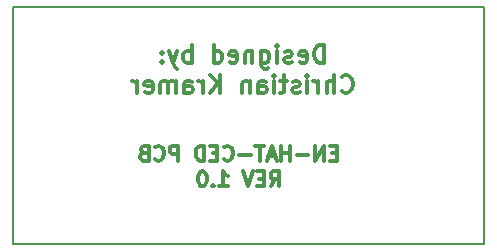
<source format=gbr>
%TF.GenerationSoftware,KiCad,Pcbnew,(5.0.0)*%
%TF.CreationDate,2019-10-30T12:42:45-05:00*%
%TF.ProjectId,Light-Up Hat,4C696768742D5570204861742E6B6963,rev?*%
%TF.SameCoordinates,Original*%
%TF.FileFunction,Legend,Bot*%
%TF.FilePolarity,Positive*%
%FSLAX46Y46*%
G04 Gerber Fmt 4.6, Leading zero omitted, Abs format (unit mm)*
G04 Created by KiCad (PCBNEW (5.0.0)) date 10/30/19 12:42:45*
%MOMM*%
%LPD*%
G01*
G04 APERTURE LIST*
%ADD10C,0.300000*%
%ADD11C,0.200000*%
G04 APERTURE END LIST*
D10*
X151889771Y-103801414D02*
X151473104Y-103801414D01*
X151294533Y-104456176D02*
X151889771Y-104456176D01*
X151889771Y-103206176D01*
X151294533Y-103206176D01*
X150758819Y-104456176D02*
X150758819Y-103206176D01*
X150044533Y-104456176D01*
X150044533Y-103206176D01*
X149449295Y-103979985D02*
X148496914Y-103979985D01*
X147901676Y-104456176D02*
X147901676Y-103206176D01*
X147901676Y-103801414D02*
X147187390Y-103801414D01*
X147187390Y-104456176D02*
X147187390Y-103206176D01*
X146651676Y-104099033D02*
X146056438Y-104099033D01*
X146770723Y-104456176D02*
X146354057Y-103206176D01*
X145937390Y-104456176D01*
X145699295Y-103206176D02*
X144985009Y-103206176D01*
X145342152Y-104456176D02*
X145342152Y-103206176D01*
X144568342Y-103979985D02*
X143615961Y-103979985D01*
X142306438Y-104337128D02*
X142365961Y-104396652D01*
X142544533Y-104456176D01*
X142663580Y-104456176D01*
X142842152Y-104396652D01*
X142961200Y-104277604D01*
X143020723Y-104158557D01*
X143080247Y-103920461D01*
X143080247Y-103741890D01*
X143020723Y-103503795D01*
X142961200Y-103384747D01*
X142842152Y-103265700D01*
X142663580Y-103206176D01*
X142544533Y-103206176D01*
X142365961Y-103265700D01*
X142306438Y-103325223D01*
X141770723Y-103801414D02*
X141354057Y-103801414D01*
X141175485Y-104456176D02*
X141770723Y-104456176D01*
X141770723Y-103206176D01*
X141175485Y-103206176D01*
X140639771Y-104456176D02*
X140639771Y-103206176D01*
X140342152Y-103206176D01*
X140163580Y-103265700D01*
X140044533Y-103384747D01*
X139985009Y-103503795D01*
X139925485Y-103741890D01*
X139925485Y-103920461D01*
X139985009Y-104158557D01*
X140044533Y-104277604D01*
X140163580Y-104396652D01*
X140342152Y-104456176D01*
X140639771Y-104456176D01*
X138437390Y-104456176D02*
X138437390Y-103206176D01*
X137961200Y-103206176D01*
X137842152Y-103265700D01*
X137782628Y-103325223D01*
X137723104Y-103444271D01*
X137723104Y-103622842D01*
X137782628Y-103741890D01*
X137842152Y-103801414D01*
X137961200Y-103860938D01*
X138437390Y-103860938D01*
X136473104Y-104337128D02*
X136532628Y-104396652D01*
X136711200Y-104456176D01*
X136830247Y-104456176D01*
X137008819Y-104396652D01*
X137127866Y-104277604D01*
X137187390Y-104158557D01*
X137246914Y-103920461D01*
X137246914Y-103741890D01*
X137187390Y-103503795D01*
X137127866Y-103384747D01*
X137008819Y-103265700D01*
X136830247Y-103206176D01*
X136711200Y-103206176D01*
X136532628Y-103265700D01*
X136473104Y-103325223D01*
X135520723Y-103801414D02*
X135342152Y-103860938D01*
X135282628Y-103920461D01*
X135223104Y-104039509D01*
X135223104Y-104218080D01*
X135282628Y-104337128D01*
X135342152Y-104396652D01*
X135461200Y-104456176D01*
X135937390Y-104456176D01*
X135937390Y-103206176D01*
X135520723Y-103206176D01*
X135401676Y-103265700D01*
X135342152Y-103325223D01*
X135282628Y-103444271D01*
X135282628Y-103563319D01*
X135342152Y-103682366D01*
X135401676Y-103741890D01*
X135520723Y-103801414D01*
X135937390Y-103801414D01*
X146264771Y-106631176D02*
X146681438Y-106035938D01*
X146979057Y-106631176D02*
X146979057Y-105381176D01*
X146502866Y-105381176D01*
X146383819Y-105440700D01*
X146324295Y-105500223D01*
X146264771Y-105619271D01*
X146264771Y-105797842D01*
X146324295Y-105916890D01*
X146383819Y-105976414D01*
X146502866Y-106035938D01*
X146979057Y-106035938D01*
X145729057Y-105976414D02*
X145312390Y-105976414D01*
X145133819Y-106631176D02*
X145729057Y-106631176D01*
X145729057Y-105381176D01*
X145133819Y-105381176D01*
X144776676Y-105381176D02*
X144360009Y-106631176D01*
X143943342Y-105381176D01*
X141919533Y-106631176D02*
X142633819Y-106631176D01*
X142276676Y-106631176D02*
X142276676Y-105381176D01*
X142395723Y-105559747D01*
X142514771Y-105678795D01*
X142633819Y-105738319D01*
X141383819Y-106512128D02*
X141324295Y-106571652D01*
X141383819Y-106631176D01*
X141443342Y-106571652D01*
X141383819Y-106512128D01*
X141383819Y-106631176D01*
X140550485Y-105381176D02*
X140431438Y-105381176D01*
X140312390Y-105440700D01*
X140252866Y-105500223D01*
X140193342Y-105619271D01*
X140133819Y-105857366D01*
X140133819Y-106154985D01*
X140193342Y-106393080D01*
X140252866Y-106512128D01*
X140312390Y-106571652D01*
X140431438Y-106631176D01*
X140550485Y-106631176D01*
X140669533Y-106571652D01*
X140729057Y-106512128D01*
X140788580Y-106393080D01*
X140848104Y-106154985D01*
X140848104Y-105857366D01*
X140788580Y-105619271D01*
X140729057Y-105500223D01*
X140669533Y-105440700D01*
X140550485Y-105381176D01*
X150798942Y-96177571D02*
X150798942Y-94677571D01*
X150441800Y-94677571D01*
X150227514Y-94749000D01*
X150084657Y-94891857D01*
X150013228Y-95034714D01*
X149941800Y-95320428D01*
X149941800Y-95534714D01*
X150013228Y-95820428D01*
X150084657Y-95963285D01*
X150227514Y-96106142D01*
X150441800Y-96177571D01*
X150798942Y-96177571D01*
X148727514Y-96106142D02*
X148870371Y-96177571D01*
X149156085Y-96177571D01*
X149298942Y-96106142D01*
X149370371Y-95963285D01*
X149370371Y-95391857D01*
X149298942Y-95249000D01*
X149156085Y-95177571D01*
X148870371Y-95177571D01*
X148727514Y-95249000D01*
X148656085Y-95391857D01*
X148656085Y-95534714D01*
X149370371Y-95677571D01*
X148084657Y-96106142D02*
X147941800Y-96177571D01*
X147656085Y-96177571D01*
X147513228Y-96106142D01*
X147441800Y-95963285D01*
X147441800Y-95891857D01*
X147513228Y-95749000D01*
X147656085Y-95677571D01*
X147870371Y-95677571D01*
X148013228Y-95606142D01*
X148084657Y-95463285D01*
X148084657Y-95391857D01*
X148013228Y-95249000D01*
X147870371Y-95177571D01*
X147656085Y-95177571D01*
X147513228Y-95249000D01*
X146798942Y-96177571D02*
X146798942Y-95177571D01*
X146798942Y-94677571D02*
X146870371Y-94749000D01*
X146798942Y-94820428D01*
X146727514Y-94749000D01*
X146798942Y-94677571D01*
X146798942Y-94820428D01*
X145441800Y-95177571D02*
X145441800Y-96391857D01*
X145513228Y-96534714D01*
X145584657Y-96606142D01*
X145727514Y-96677571D01*
X145941800Y-96677571D01*
X146084657Y-96606142D01*
X145441800Y-96106142D02*
X145584657Y-96177571D01*
X145870371Y-96177571D01*
X146013228Y-96106142D01*
X146084657Y-96034714D01*
X146156085Y-95891857D01*
X146156085Y-95463285D01*
X146084657Y-95320428D01*
X146013228Y-95249000D01*
X145870371Y-95177571D01*
X145584657Y-95177571D01*
X145441800Y-95249000D01*
X144727514Y-95177571D02*
X144727514Y-96177571D01*
X144727514Y-95320428D02*
X144656085Y-95249000D01*
X144513228Y-95177571D01*
X144298942Y-95177571D01*
X144156085Y-95249000D01*
X144084657Y-95391857D01*
X144084657Y-96177571D01*
X142798942Y-96106142D02*
X142941800Y-96177571D01*
X143227514Y-96177571D01*
X143370371Y-96106142D01*
X143441800Y-95963285D01*
X143441800Y-95391857D01*
X143370371Y-95249000D01*
X143227514Y-95177571D01*
X142941800Y-95177571D01*
X142798942Y-95249000D01*
X142727514Y-95391857D01*
X142727514Y-95534714D01*
X143441800Y-95677571D01*
X141441800Y-96177571D02*
X141441800Y-94677571D01*
X141441800Y-96106142D02*
X141584657Y-96177571D01*
X141870371Y-96177571D01*
X142013228Y-96106142D01*
X142084657Y-96034714D01*
X142156085Y-95891857D01*
X142156085Y-95463285D01*
X142084657Y-95320428D01*
X142013228Y-95249000D01*
X141870371Y-95177571D01*
X141584657Y-95177571D01*
X141441800Y-95249000D01*
X139584657Y-96177571D02*
X139584657Y-94677571D01*
X139584657Y-95249000D02*
X139441800Y-95177571D01*
X139156085Y-95177571D01*
X139013228Y-95249000D01*
X138941800Y-95320428D01*
X138870371Y-95463285D01*
X138870371Y-95891857D01*
X138941800Y-96034714D01*
X139013228Y-96106142D01*
X139156085Y-96177571D01*
X139441800Y-96177571D01*
X139584657Y-96106142D01*
X138370371Y-95177571D02*
X138013228Y-96177571D01*
X137656085Y-95177571D02*
X138013228Y-96177571D01*
X138156085Y-96534714D01*
X138227514Y-96606142D01*
X138370371Y-96677571D01*
X137084657Y-96034714D02*
X137013228Y-96106142D01*
X137084657Y-96177571D01*
X137156085Y-96106142D01*
X137084657Y-96034714D01*
X137084657Y-96177571D01*
X137084657Y-95249000D02*
X137013228Y-95320428D01*
X137084657Y-95391857D01*
X137156085Y-95320428D01*
X137084657Y-95249000D01*
X137084657Y-95391857D01*
X152298942Y-98584714D02*
X152370371Y-98656142D01*
X152584657Y-98727571D01*
X152727514Y-98727571D01*
X152941800Y-98656142D01*
X153084657Y-98513285D01*
X153156085Y-98370428D01*
X153227514Y-98084714D01*
X153227514Y-97870428D01*
X153156085Y-97584714D01*
X153084657Y-97441857D01*
X152941800Y-97299000D01*
X152727514Y-97227571D01*
X152584657Y-97227571D01*
X152370371Y-97299000D01*
X152298942Y-97370428D01*
X151656085Y-98727571D02*
X151656085Y-97227571D01*
X151013228Y-98727571D02*
X151013228Y-97941857D01*
X151084657Y-97799000D01*
X151227514Y-97727571D01*
X151441800Y-97727571D01*
X151584657Y-97799000D01*
X151656085Y-97870428D01*
X150298942Y-98727571D02*
X150298942Y-97727571D01*
X150298942Y-98013285D02*
X150227514Y-97870428D01*
X150156085Y-97799000D01*
X150013228Y-97727571D01*
X149870371Y-97727571D01*
X149370371Y-98727571D02*
X149370371Y-97727571D01*
X149370371Y-97227571D02*
X149441800Y-97299000D01*
X149370371Y-97370428D01*
X149298942Y-97299000D01*
X149370371Y-97227571D01*
X149370371Y-97370428D01*
X148727514Y-98656142D02*
X148584657Y-98727571D01*
X148298942Y-98727571D01*
X148156085Y-98656142D01*
X148084657Y-98513285D01*
X148084657Y-98441857D01*
X148156085Y-98299000D01*
X148298942Y-98227571D01*
X148513228Y-98227571D01*
X148656085Y-98156142D01*
X148727514Y-98013285D01*
X148727514Y-97941857D01*
X148656085Y-97799000D01*
X148513228Y-97727571D01*
X148298942Y-97727571D01*
X148156085Y-97799000D01*
X147656085Y-97727571D02*
X147084657Y-97727571D01*
X147441800Y-97227571D02*
X147441800Y-98513285D01*
X147370371Y-98656142D01*
X147227514Y-98727571D01*
X147084657Y-98727571D01*
X146584657Y-98727571D02*
X146584657Y-97727571D01*
X146584657Y-97227571D02*
X146656085Y-97299000D01*
X146584657Y-97370428D01*
X146513228Y-97299000D01*
X146584657Y-97227571D01*
X146584657Y-97370428D01*
X145227514Y-98727571D02*
X145227514Y-97941857D01*
X145298942Y-97799000D01*
X145441800Y-97727571D01*
X145727514Y-97727571D01*
X145870371Y-97799000D01*
X145227514Y-98656142D02*
X145370371Y-98727571D01*
X145727514Y-98727571D01*
X145870371Y-98656142D01*
X145941800Y-98513285D01*
X145941800Y-98370428D01*
X145870371Y-98227571D01*
X145727514Y-98156142D01*
X145370371Y-98156142D01*
X145227514Y-98084714D01*
X144513228Y-97727571D02*
X144513228Y-98727571D01*
X144513228Y-97870428D02*
X144441800Y-97799000D01*
X144298942Y-97727571D01*
X144084657Y-97727571D01*
X143941800Y-97799000D01*
X143870371Y-97941857D01*
X143870371Y-98727571D01*
X142013228Y-98727571D02*
X142013228Y-97227571D01*
X141156085Y-98727571D02*
X141798942Y-97870428D01*
X141156085Y-97227571D02*
X142013228Y-98084714D01*
X140513228Y-98727571D02*
X140513228Y-97727571D01*
X140513228Y-98013285D02*
X140441800Y-97870428D01*
X140370371Y-97799000D01*
X140227514Y-97727571D01*
X140084657Y-97727571D01*
X138941800Y-98727571D02*
X138941800Y-97941857D01*
X139013228Y-97799000D01*
X139156085Y-97727571D01*
X139441800Y-97727571D01*
X139584657Y-97799000D01*
X138941800Y-98656142D02*
X139084657Y-98727571D01*
X139441800Y-98727571D01*
X139584657Y-98656142D01*
X139656085Y-98513285D01*
X139656085Y-98370428D01*
X139584657Y-98227571D01*
X139441800Y-98156142D01*
X139084657Y-98156142D01*
X138941800Y-98084714D01*
X138227514Y-98727571D02*
X138227514Y-97727571D01*
X138227514Y-97870428D02*
X138156085Y-97799000D01*
X138013228Y-97727571D01*
X137798942Y-97727571D01*
X137656085Y-97799000D01*
X137584657Y-97941857D01*
X137584657Y-98727571D01*
X137584657Y-97941857D02*
X137513228Y-97799000D01*
X137370371Y-97727571D01*
X137156085Y-97727571D01*
X137013228Y-97799000D01*
X136941800Y-97941857D01*
X136941800Y-98727571D01*
X135656085Y-98656142D02*
X135798942Y-98727571D01*
X136084657Y-98727571D01*
X136227514Y-98656142D01*
X136298942Y-98513285D01*
X136298942Y-97941857D01*
X136227514Y-97799000D01*
X136084657Y-97727571D01*
X135798942Y-97727571D01*
X135656085Y-97799000D01*
X135584657Y-97941857D01*
X135584657Y-98084714D01*
X136298942Y-98227571D01*
X134941800Y-98727571D02*
X134941800Y-97727571D01*
X134941800Y-98013285D02*
X134870371Y-97870428D01*
X134798942Y-97799000D01*
X134656085Y-97727571D01*
X134513228Y-97727571D01*
D11*
X124460000Y-111506000D02*
X124460000Y-91440000D01*
X164338000Y-111506000D02*
X124460000Y-111506000D01*
X164338000Y-91440000D02*
X164338000Y-111506000D01*
X124460000Y-91440000D02*
X164338000Y-91440000D01*
M02*

</source>
